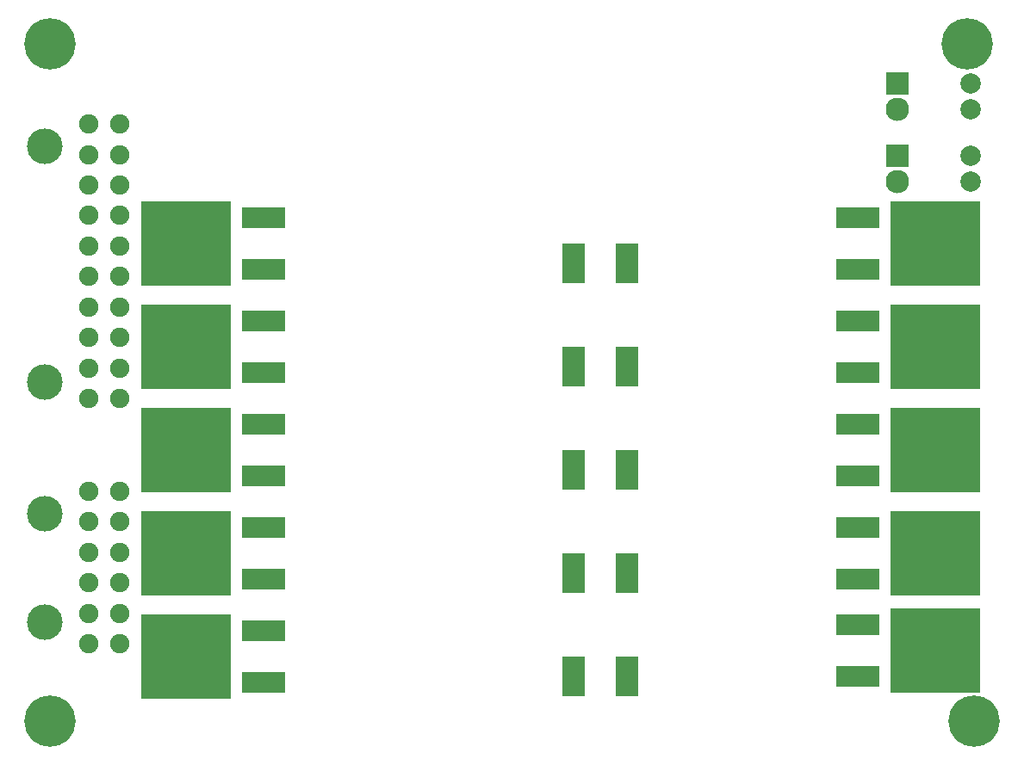
<source format=gbs>
G04 #@! TF.FileFunction,Soldermask,Bot*
%FSLAX46Y46*%
G04 Gerber Fmt 4.6, Leading zero omitted, Abs format (unit mm)*
G04 Created by KiCad (PCBNEW 4.0.7-e2-6376~58~ubuntu14.04.1) date Mon Jan 15 16:35:31 2018*
%MOMM*%
%LPD*%
G01*
G04 APERTURE LIST*
%ADD10C,0.100000*%
%ADD11C,1.900000*%
%ADD12C,3.500000*%
%ADD13R,2.300000X2.300000*%
%ADD14C,2.300000*%
%ADD15C,2.000000*%
%ADD16R,2.180000X3.900000*%
%ADD17R,8.910000X8.270000*%
%ADD18R,4.210000X2.050000*%
%ADD19C,5.048200*%
G04 APERTURE END LIST*
D10*
D11*
X82375000Y-130810000D03*
X79375000Y-130810000D03*
X79375000Y-127810000D03*
X82375000Y-127810000D03*
D12*
X75055000Y-128710000D03*
D11*
X82375000Y-124810000D03*
X79375000Y-124810000D03*
X79375000Y-121810000D03*
X82375000Y-121810000D03*
X82375000Y-118810000D03*
X79375000Y-118810000D03*
X82375000Y-115810000D03*
X79375000Y-115810000D03*
D12*
X75055000Y-118010000D03*
D11*
X82375000Y-106680000D03*
X79375000Y-106680000D03*
X79375000Y-103680000D03*
X82375000Y-103680000D03*
X82375000Y-100680000D03*
X79375000Y-100680000D03*
X79375000Y-97680000D03*
X82375000Y-97680000D03*
X82375000Y-94680000D03*
X79375000Y-94680000D03*
X79375000Y-91680000D03*
X82375000Y-91680000D03*
D12*
X75055000Y-105080000D03*
D11*
X82375000Y-88680000D03*
X79375000Y-88680000D03*
X79375000Y-85680000D03*
X82375000Y-85680000D03*
X82375000Y-82680000D03*
X79375000Y-82680000D03*
X82375000Y-79680000D03*
X79375000Y-79680000D03*
D12*
X75055000Y-81880000D03*
D13*
X158877000Y-82804000D03*
D14*
X158877000Y-85304000D03*
D15*
X166057000Y-82804000D03*
X166057000Y-85304000D03*
D13*
X158877000Y-75692000D03*
D14*
X158877000Y-78192000D03*
D15*
X166057000Y-75692000D03*
X166057000Y-78192000D03*
D16*
X132280000Y-133985000D03*
X127000000Y-133985000D03*
X132280000Y-123825000D03*
X127000000Y-123825000D03*
X132280000Y-113665000D03*
X127000000Y-113665000D03*
X132280000Y-103505000D03*
X127000000Y-103505000D03*
X132280000Y-93345000D03*
X127000000Y-93345000D03*
D17*
X88900000Y-101600000D03*
D18*
X96525000Y-104140000D03*
X96525000Y-99060000D03*
D17*
X88900000Y-111760000D03*
D18*
X96525000Y-114300000D03*
X96525000Y-109220000D03*
D17*
X88900000Y-121920000D03*
D18*
X96525000Y-124460000D03*
X96525000Y-119380000D03*
D17*
X88900000Y-132080000D03*
D18*
X96525000Y-134620000D03*
X96525000Y-129540000D03*
D17*
X162560000Y-131445000D03*
D18*
X154935000Y-128905000D03*
X154935000Y-133985000D03*
D17*
X162560000Y-121920000D03*
D18*
X154935000Y-119380000D03*
X154935000Y-124460000D03*
D17*
X162560000Y-111760000D03*
D18*
X154935000Y-109220000D03*
X154935000Y-114300000D03*
D17*
X162560000Y-101600000D03*
D18*
X154935000Y-99060000D03*
X154935000Y-104140000D03*
D17*
X162560000Y-91440000D03*
D18*
X154935000Y-88900000D03*
X154935000Y-93980000D03*
D17*
X88900000Y-91440000D03*
D18*
X96525000Y-93980000D03*
X96525000Y-88900000D03*
D19*
X75565000Y-138430000D03*
X166370000Y-138430000D03*
X75565000Y-71755000D03*
X165735000Y-71755000D03*
M02*

</source>
